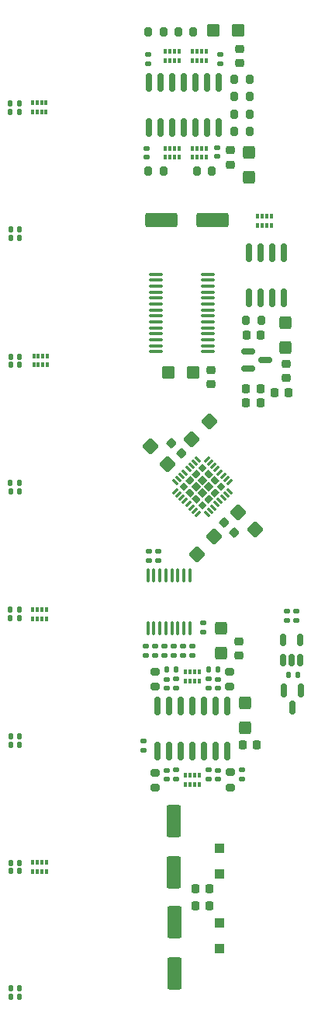
<source format=gbr>
%TF.GenerationSoftware,KiCad,Pcbnew,(6.0.11)*%
%TF.CreationDate,2023-02-21T23:01:44+01:00*%
%TF.ProjectId,eurorack-pmod-pcb,6575726f-7261-4636-9b2d-706d6f642d70,rev?*%
%TF.SameCoordinates,Original*%
%TF.FileFunction,Paste,Top*%
%TF.FilePolarity,Positive*%
%FSLAX46Y46*%
G04 Gerber Fmt 4.6, Leading zero omitted, Abs format (unit mm)*
G04 Created by KiCad (PCBNEW (6.0.11)) date 2023-02-21 23:01:44*
%MOMM*%
%LPD*%
G01*
G04 APERTURE LIST*
G04 Aperture macros list*
%AMRoundRect*
0 Rectangle with rounded corners*
0 $1 Rounding radius*
0 $2 $3 $4 $5 $6 $7 $8 $9 X,Y pos of 4 corners*
0 Add a 4 corners polygon primitive as box body*
4,1,4,$2,$3,$4,$5,$6,$7,$8,$9,$2,$3,0*
0 Add four circle primitives for the rounded corners*
1,1,$1+$1,$2,$3*
1,1,$1+$1,$4,$5*
1,1,$1+$1,$6,$7*
1,1,$1+$1,$8,$9*
0 Add four rect primitives between the rounded corners*
20,1,$1+$1,$2,$3,$4,$5,0*
20,1,$1+$1,$4,$5,$6,$7,0*
20,1,$1+$1,$6,$7,$8,$9,0*
20,1,$1+$1,$8,$9,$2,$3,0*%
%AMFreePoly0*
4,1,48,0.195015,0.341745,0.197191,0.342329,0.200525,0.340774,0.218480,0.337608,0.232451,0.325886,0.248979,0.318179,0.318179,0.248979,0.321152,0.244733,0.323103,0.243606,0.324361,0.240149,0.334819,0.225214,0.336409,0.207049,0.342646,0.189911,0.342646,-0.259112,0.340733,-0.269963,0.341377,-0.273618,0.339521,-0.276832,0.337608,-0.287682,0.323660,-0.304305,0.312807,-0.323103,
0.305724,-0.325681,0.300880,-0.331455,0.279505,-0.335224,0.259112,-0.342646,-0.259112,-0.342646,-0.269963,-0.340733,-0.273618,-0.341377,-0.276832,-0.339521,-0.287682,-0.337608,-0.304305,-0.323660,-0.323103,-0.312807,-0.325681,-0.305724,-0.331455,-0.300880,-0.335224,-0.279505,-0.342646,-0.259112,-0.342646,0.259112,-0.340733,0.269963,-0.341377,0.273618,-0.339521,0.276832,-0.337608,0.287682,
-0.323660,0.304305,-0.312807,0.323103,-0.305724,0.325681,-0.300880,0.331455,-0.279505,0.335224,-0.259112,0.342646,0.189911,0.342646,0.195015,0.341745,0.195015,0.341745,$1*%
%AMFreePoly1*
4,1,16,-0.208698,0.403113,0.269389,0.403113,0.321190,0.381657,0.342646,0.329856,0.342646,-0.329856,0.321190,-0.381657,0.269389,-0.403113,-0.208700,-0.403114,-0.260502,-0.381655,-0.321190,-0.320968,-0.342646,-0.269165,-0.342647,0.269167,-0.321190,0.320968,-0.260501,0.381657,-0.208700,0.403114,-0.208698,0.403113,-0.208698,0.403113,$1*%
%AMFreePoly2*
4,1,48,0.269963,0.340733,0.273618,0.341377,0.276832,0.339521,0.287682,0.337608,0.304305,0.323660,0.323103,0.312807,0.325681,0.305724,0.331455,0.300880,0.335224,0.279505,0.342646,0.259112,0.342646,-0.259112,0.340733,-0.269963,0.341377,-0.273618,0.339521,-0.276832,0.337608,-0.287682,0.323660,-0.304305,0.312807,-0.323103,0.305724,-0.325681,0.300880,-0.331455,0.279505,-0.335224,
0.259112,-0.342646,-0.189911,-0.342646,-0.195015,-0.341745,-0.197191,-0.342329,-0.200525,-0.340774,-0.218480,-0.337608,-0.232451,-0.325886,-0.248979,-0.318179,-0.318179,-0.248979,-0.321152,-0.244733,-0.323103,-0.243606,-0.324361,-0.240149,-0.334819,-0.225214,-0.336409,-0.207049,-0.342646,-0.189911,-0.342646,0.259112,-0.340733,0.269963,-0.341377,0.273618,-0.339521,0.276832,-0.337608,0.287682,
-0.323660,0.304305,-0.312807,0.323103,-0.305724,0.325681,-0.300880,0.331455,-0.279505,0.335224,-0.259112,0.342646,0.259112,0.342646,0.269963,0.340733,0.269963,0.340733,$1*%
%AMFreePoly3*
4,1,15,0.260501,0.381657,0.321190,0.320968,0.342646,0.269165,0.342647,-0.269167,0.321188,-0.320969,0.260501,-0.381657,0.208698,-0.403113,-0.269389,-0.403113,-0.321190,-0.381657,-0.342646,-0.329856,-0.342646,0.329856,-0.321190,0.381657,-0.269389,0.403113,0.208700,0.403114,0.260501,0.381657,0.260501,0.381657,$1*%
%AMFreePoly4*
4,1,48,0.269963,0.340733,0.273618,0.341377,0.276832,0.339521,0.287682,0.337608,0.304305,0.323660,0.323103,0.312807,0.325681,0.305724,0.331455,0.300880,0.335224,0.279505,0.342646,0.259112,0.342646,-0.259112,0.340733,-0.269963,0.341377,-0.273618,0.339521,-0.276832,0.337608,-0.287682,0.323660,-0.304305,0.312807,-0.323103,0.305724,-0.325681,0.300880,-0.331455,0.279505,-0.335224,
0.259112,-0.342646,-0.259112,-0.342646,-0.269963,-0.340733,-0.273618,-0.341377,-0.276832,-0.339521,-0.287682,-0.337608,-0.304305,-0.323660,-0.323103,-0.312807,-0.325681,-0.305724,-0.331455,-0.300880,-0.335224,-0.279505,-0.342646,-0.259112,-0.342646,0.189911,-0.341745,0.195015,-0.342329,0.197191,-0.340774,0.200525,-0.337608,0.218480,-0.325886,0.232451,-0.318179,0.248979,-0.248979,0.318179,
-0.244733,0.321152,-0.243606,0.323103,-0.240149,0.324361,-0.225214,0.334819,-0.207049,0.336409,-0.189911,0.342646,0.259112,0.342646,0.269963,0.340733,0.269963,0.340733,$1*%
%AMFreePoly5*
4,1,15,0.381657,0.321190,0.403113,0.269389,0.403114,-0.208700,0.381655,-0.260502,0.320968,-0.321190,0.269165,-0.342646,-0.269167,-0.342647,-0.320969,-0.321188,-0.381657,-0.260501,-0.403113,-0.208698,-0.403113,0.269389,-0.381657,0.321190,-0.329856,0.342646,0.329856,0.342646,0.381657,0.321190,0.381657,0.321190,$1*%
%AMFreePoly6*
4,1,48,0.269963,0.340733,0.273618,0.341377,0.276832,0.339521,0.287682,0.337608,0.304305,0.323660,0.323103,0.312807,0.325681,0.305724,0.331455,0.300880,0.335224,0.279505,0.342646,0.259112,0.342646,-0.189911,0.341745,-0.195015,0.342329,-0.197191,0.340774,-0.200525,0.337608,-0.218480,0.325886,-0.232451,0.318179,-0.248979,0.248979,-0.318179,0.244733,-0.321152,0.243606,-0.323103,
0.240149,-0.324361,0.225214,-0.334819,0.207049,-0.336409,0.189911,-0.342646,-0.259112,-0.342646,-0.269963,-0.340733,-0.273618,-0.341377,-0.276832,-0.339521,-0.287682,-0.337608,-0.304305,-0.323660,-0.323103,-0.312807,-0.325681,-0.305724,-0.331455,-0.300880,-0.335224,-0.279505,-0.342646,-0.259112,-0.342646,0.259112,-0.340733,0.269963,-0.341377,0.273618,-0.339521,0.276832,-0.337608,0.287682,
-0.323660,0.304305,-0.312807,0.323103,-0.305724,0.325681,-0.300880,0.331455,-0.279505,0.335224,-0.259112,0.342646,0.259112,0.342646,0.269963,0.340733,0.269963,0.340733,$1*%
%AMFreePoly7*
4,1,15,0.320968,0.321190,0.381657,0.260501,0.403113,0.208698,0.403113,-0.269389,0.381657,-0.321190,0.329856,-0.342646,-0.329856,-0.342646,-0.381657,-0.321190,-0.403113,-0.269389,-0.403114,0.208700,-0.381657,0.260501,-0.320968,0.321190,-0.269165,0.342646,0.269167,0.342647,0.320968,0.321190,0.320968,0.321190,$1*%
G04 Aperture macros list end*
%ADD10FreePoly0,135.000000*%
%ADD11FreePoly1,135.000000*%
%ADD12RoundRect,0.201557X0.285043X0.000000X0.000000X0.285043X-0.285043X0.000000X0.000000X-0.285043X0*%
%ADD13FreePoly2,135.000000*%
%ADD14FreePoly3,135.000000*%
%ADD15FreePoly4,135.000000*%
%ADD16FreePoly5,135.000000*%
%ADD17FreePoly6,135.000000*%
%ADD18FreePoly7,135.000000*%
%ADD19RoundRect,0.062500X0.282843X-0.194454X-0.194454X0.282843X-0.282843X0.194454X0.194454X-0.282843X0*%
%ADD20RoundRect,0.062500X0.282843X0.194454X0.194454X0.282843X-0.282843X-0.194454X-0.194454X-0.282843X0*%
%ADD21RoundRect,0.147500X0.147500X0.172500X-0.147500X0.172500X-0.147500X-0.172500X0.147500X-0.172500X0*%
%ADD22RoundRect,0.200000X-0.200000X-0.275000X0.200000X-0.275000X0.200000X0.275000X-0.200000X0.275000X0*%
%ADD23RoundRect,0.150000X-0.150000X0.825000X-0.150000X-0.825000X0.150000X-0.825000X0.150000X0.825000X0*%
%ADD24RoundRect,0.140000X0.170000X-0.140000X0.170000X0.140000X-0.170000X0.140000X-0.170000X-0.140000X0*%
%ADD25R,0.400000X0.500000*%
%ADD26R,0.300000X0.500000*%
%ADD27RoundRect,0.200000X0.275000X-0.200000X0.275000X0.200000X-0.275000X0.200000X-0.275000X-0.200000X0*%
%ADD28RoundRect,0.225000X0.335876X0.017678X0.017678X0.335876X-0.335876X-0.017678X-0.017678X-0.335876X0*%
%ADD29RoundRect,0.225000X0.250000X-0.225000X0.250000X0.225000X-0.250000X0.225000X-0.250000X-0.225000X0*%
%ADD30RoundRect,0.135000X-0.185000X0.135000X-0.185000X-0.135000X0.185000X-0.135000X0.185000X0.135000X0*%
%ADD31R,1.100000X1.100000*%
%ADD32RoundRect,0.135000X0.185000X-0.135000X0.185000X0.135000X-0.185000X0.135000X-0.185000X-0.135000X0*%
%ADD33RoundRect,0.225000X-0.225000X-0.250000X0.225000X-0.250000X0.225000X0.250000X-0.225000X0.250000X0*%
%ADD34RoundRect,0.250000X-0.017678X-0.618718X0.618718X0.017678X0.017678X0.618718X-0.618718X-0.017678X0*%
%ADD35RoundRect,0.135000X-0.135000X-0.185000X0.135000X-0.185000X0.135000X0.185000X-0.135000X0.185000X0*%
%ADD36RoundRect,0.140000X-0.170000X0.140000X-0.170000X-0.140000X0.170000X-0.140000X0.170000X0.140000X0*%
%ADD37RoundRect,0.200000X-0.275000X0.200000X-0.275000X-0.200000X0.275000X-0.200000X0.275000X0.200000X0*%
%ADD38RoundRect,0.218750X0.218750X0.256250X-0.218750X0.256250X-0.218750X-0.256250X0.218750X-0.256250X0*%
%ADD39RoundRect,0.218750X-0.256250X0.218750X-0.256250X-0.218750X0.256250X-0.218750X0.256250X0.218750X0*%
%ADD40RoundRect,0.250000X0.550000X-1.500000X0.550000X1.500000X-0.550000X1.500000X-0.550000X-1.500000X0*%
%ADD41RoundRect,0.150000X-0.587500X-0.150000X0.587500X-0.150000X0.587500X0.150000X-0.587500X0.150000X0*%
%ADD42RoundRect,0.200000X0.200000X0.275000X-0.200000X0.275000X-0.200000X-0.275000X0.200000X-0.275000X0*%
%ADD43RoundRect,0.250000X-0.425000X0.450000X-0.425000X-0.450000X0.425000X-0.450000X0.425000X0.450000X0*%
%ADD44RoundRect,0.100000X-0.100000X0.637500X-0.100000X-0.637500X0.100000X-0.637500X0.100000X0.637500X0*%
%ADD45RoundRect,0.250000X0.425000X-0.450000X0.425000X0.450000X-0.425000X0.450000X-0.425000X-0.450000X0*%
%ADD46RoundRect,0.250000X-0.450000X-0.425000X0.450000X-0.425000X0.450000X0.425000X-0.450000X0.425000X0*%
%ADD47RoundRect,0.250000X0.450000X0.425000X-0.450000X0.425000X-0.450000X-0.425000X0.450000X-0.425000X0*%
%ADD48RoundRect,0.250000X0.618718X-0.017678X-0.017678X0.618718X-0.618718X0.017678X0.017678X-0.618718X0*%
%ADD49RoundRect,0.225000X-0.335876X-0.017678X-0.017678X-0.335876X0.335876X0.017678X0.017678X0.335876X0*%
%ADD50RoundRect,0.250000X0.017678X0.618718X-0.618718X-0.017678X-0.017678X-0.618718X0.618718X0.017678X0*%
%ADD51RoundRect,0.218750X-0.218750X-0.256250X0.218750X-0.256250X0.218750X0.256250X-0.218750X0.256250X0*%
%ADD52RoundRect,0.225000X0.225000X0.250000X-0.225000X0.250000X-0.225000X-0.250000X0.225000X-0.250000X0*%
%ADD53RoundRect,0.225000X-0.250000X0.225000X-0.250000X-0.225000X0.250000X-0.225000X0.250000X0.225000X0*%
%ADD54RoundRect,0.150000X-0.150000X0.587500X-0.150000X-0.587500X0.150000X-0.587500X0.150000X0.587500X0*%
%ADD55RoundRect,0.135000X0.135000X0.185000X-0.135000X0.185000X-0.135000X-0.185000X0.135000X-0.185000X0*%
%ADD56RoundRect,0.150000X0.150000X-0.825000X0.150000X0.825000X-0.150000X0.825000X-0.150000X-0.825000X0*%
%ADD57RoundRect,0.100000X0.637500X0.100000X-0.637500X0.100000X-0.637500X-0.100000X0.637500X-0.100000X0*%
%ADD58RoundRect,0.250000X-1.500000X-0.550000X1.500000X-0.550000X1.500000X0.550000X-1.500000X0.550000X0*%
%ADD59RoundRect,0.150000X0.150000X-0.512500X0.150000X0.512500X-0.150000X0.512500X-0.150000X-0.512500X0*%
%ADD60RoundRect,0.250000X-0.618718X0.017678X0.017678X-0.618718X0.618718X-0.017678X-0.017678X0.618718X0*%
G04 APERTURE END LIST*
D10*
%TO.C,U1*%
X3465006Y-53987375D03*
D11*
X88571Y-53333301D03*
D12*
X1449752Y-53280268D03*
D13*
X-565502Y-53987375D03*
D14*
X2810933Y-54641449D03*
D15*
X1449752Y-51972121D03*
D11*
X795678Y-52626194D03*
D16*
X795678Y-55348556D03*
D14*
X2103826Y-55348556D03*
D16*
X88571Y-54641449D03*
D17*
X1449752Y-56002629D03*
D12*
X1449752Y-54694482D03*
D18*
X2810933Y-53333301D03*
D12*
X742645Y-53987375D03*
X2156859Y-53987375D03*
D18*
X2103826Y-52626194D03*
D19*
X1944727Y-56957223D03*
X2298280Y-56603670D03*
X2651834Y-56250117D03*
X3005387Y-55896563D03*
X3358940Y-55543010D03*
X3712494Y-55189457D03*
X4066047Y-54835903D03*
X4419600Y-54482350D03*
D20*
X4419600Y-53492400D03*
X4066047Y-53138847D03*
X3712494Y-52785293D03*
X3358940Y-52431740D03*
X3005387Y-52078187D03*
X2651834Y-51724633D03*
X2298280Y-51371080D03*
X1944727Y-51017527D03*
D19*
X954777Y-51017527D03*
X601224Y-51371080D03*
X247670Y-51724633D03*
X-105883Y-52078187D03*
X-459436Y-52431740D03*
X-812990Y-52785293D03*
X-1166543Y-53138847D03*
X-1520096Y-53492400D03*
D20*
X-1520096Y-54482350D03*
X-1166543Y-54835903D03*
X-812990Y-55189457D03*
X-459436Y-55543010D03*
X-105883Y-55896563D03*
X247670Y-56250117D03*
X601224Y-56603670D03*
X954777Y-56957223D03*
%TD*%
D21*
%TO.C,D7*%
X-18514200Y-39827200D03*
X-19484200Y-39827200D03*
%TD*%
D22*
%TO.C,R9*%
X851400Y-19608800D03*
X2501400Y-19608800D03*
%TD*%
D23*
%TO.C,U9*%
X10312400Y-28513000D03*
X9042400Y-28513000D03*
X7772400Y-28513000D03*
X6502400Y-28513000D03*
X6502400Y-33463000D03*
X7772400Y-33463000D03*
X9042400Y-33463000D03*
X10312400Y-33463000D03*
%TD*%
D24*
%TO.C,C18*%
X-4622800Y-18107600D03*
X-4622800Y-17147600D03*
%TD*%
D23*
%TO.C,U2*%
X4165600Y-77865200D03*
X2895600Y-77865200D03*
X1625600Y-77865200D03*
X355600Y-77865200D03*
X-914400Y-77865200D03*
X-2184400Y-77865200D03*
X-3454400Y-77865200D03*
X-3454400Y-82815200D03*
X-2184400Y-82815200D03*
X-914400Y-82815200D03*
X355600Y-82815200D03*
X1625600Y-82815200D03*
X2895600Y-82815200D03*
X4165600Y-82815200D03*
%TD*%
D21*
%TO.C,D18*%
X-18514200Y-109524800D03*
X-19484200Y-109524800D03*
%TD*%
D25*
%TO.C,RN11*%
X-17056800Y-95902400D03*
D26*
X-16556800Y-95902400D03*
X-16056800Y-95902400D03*
D25*
X-15556800Y-95902400D03*
X-15556800Y-94902400D03*
D26*
X-16056800Y-94902400D03*
X-16556800Y-94902400D03*
D25*
X-17056800Y-94902400D03*
%TD*%
D27*
%TO.C,R18*%
X4445000Y-75755000D03*
X4445000Y-74105000D03*
%TD*%
D22*
%TO.C,R13*%
X4966200Y-9626600D03*
X6616200Y-9626600D03*
%TD*%
D28*
%TO.C,C17*%
X-796145Y-50334055D03*
X-1892161Y-49238039D03*
%TD*%
D29*
%TO.C,C4*%
X5435600Y-72403000D03*
X5435600Y-70853000D03*
%TD*%
D21*
%TO.C,D11*%
X-18565000Y-67411600D03*
X-19535000Y-67411600D03*
%TD*%
%TO.C,D5*%
X-18514200Y-26009600D03*
X-19484200Y-26009600D03*
%TD*%
D30*
%TO.C,R2*%
X11734800Y-67562000D03*
X11734800Y-68582000D03*
%TD*%
D31*
%TO.C,D2*%
X3352800Y-104270000D03*
X3352800Y-101470000D03*
%TD*%
D32*
%TO.C,R8*%
X-4394200Y-62054200D03*
X-4394200Y-61034200D03*
%TD*%
D33*
%TO.C,C27*%
X6260800Y-37515800D03*
X7810800Y-37515800D03*
%TD*%
D22*
%TO.C,R10*%
X4966200Y-15341600D03*
X6616200Y-15341600D03*
%TD*%
D34*
%TO.C,C12*%
X292053Y-48810241D03*
X2201241Y-46901053D03*
%TD*%
D35*
%TO.C,R4*%
X10816400Y-74523600D03*
X11836400Y-74523600D03*
%TD*%
D36*
%TO.C,C25*%
X3175000Y-84864000D03*
X3175000Y-85824000D03*
%TD*%
D24*
%TO.C,C19*%
X3073400Y-18031400D03*
X3073400Y-17071400D03*
%TD*%
D25*
%TO.C,RN6*%
X-369000Y-86428200D03*
D26*
X131000Y-86428200D03*
X631000Y-86428200D03*
D25*
X1131000Y-86428200D03*
X1131000Y-85428200D03*
D26*
X631000Y-85428200D03*
X131000Y-85428200D03*
D25*
X-369000Y-85428200D03*
%TD*%
%TO.C,RN7*%
X7501000Y-25527000D03*
D26*
X8001000Y-25527000D03*
X8501000Y-25527000D03*
D25*
X9001000Y-25527000D03*
X9001000Y-24527000D03*
D26*
X8501000Y-24527000D03*
X8001000Y-24527000D03*
D25*
X7501000Y-24527000D03*
%TD*%
D37*
%TO.C,R26*%
X-3683000Y-85154000D03*
X-3683000Y-86804000D03*
%TD*%
D29*
%TO.C,C9*%
X5537200Y-7874600D03*
X5537200Y-6324600D03*
%TD*%
D38*
%TO.C,L5*%
X10896700Y-43738800D03*
X9321700Y-43738800D03*
%TD*%
D30*
%TO.C,R24*%
X-1397000Y-74928000D03*
X-1397000Y-75948000D03*
%TD*%
D21*
%TO.C,D15*%
X-18514200Y-94945200D03*
X-19484200Y-94945200D03*
%TD*%
D22*
%TO.C,R33*%
X6210800Y-35864800D03*
X7860800Y-35864800D03*
%TD*%
D25*
%TO.C,RN8*%
X-17107600Y-13200000D03*
D26*
X-16607600Y-13200000D03*
X-16107600Y-13200000D03*
D25*
X-15607600Y-13200000D03*
X-15607600Y-12200000D03*
D26*
X-16107600Y-12200000D03*
X-16607600Y-12200000D03*
D25*
X-17107600Y-12200000D03*
%TD*%
D21*
%TO.C,D9*%
X-18530100Y-53594000D03*
X-19500100Y-53594000D03*
%TD*%
D39*
%TO.C,L6*%
X10566400Y-40589100D03*
X10566400Y-42164100D03*
%TD*%
D40*
%TO.C,C5*%
X-1651000Y-96018000D03*
X-1651000Y-90418000D03*
%TD*%
D25*
%TO.C,RN10*%
X-17056800Y-68368800D03*
D26*
X-16556800Y-68368800D03*
X-16056800Y-68368800D03*
D25*
X-15556800Y-68368800D03*
X-15556800Y-67368800D03*
D26*
X-16056800Y-67368800D03*
X-16556800Y-67368800D03*
D25*
X-17056800Y-67368800D03*
%TD*%
D41*
%TO.C,U8*%
X6479300Y-39232800D03*
X6479300Y-41132800D03*
X8354300Y-40182800D03*
%TD*%
D25*
%TO.C,RN3*%
X342200Y-7586600D03*
D26*
X842200Y-7586600D03*
X1342200Y-7586600D03*
D25*
X1842200Y-7586600D03*
X1842200Y-6586600D03*
D26*
X1342200Y-6586600D03*
X842200Y-6586600D03*
D25*
X342200Y-6586600D03*
%TD*%
D42*
%TO.C,R15*%
X-2781800Y-4445000D03*
X-4431800Y-4445000D03*
%TD*%
D43*
%TO.C,C1*%
X6553200Y-17573000D03*
X6553200Y-20273000D03*
%TD*%
D42*
%TO.C,R6*%
X-2781800Y-19659600D03*
X-4431800Y-19659600D03*
%TD*%
D37*
%TO.C,R30*%
X4470400Y-85077800D03*
X4470400Y-86727800D03*
%TD*%
D35*
%TO.C,R23*%
X-2415000Y-73914000D03*
X-1395000Y-73914000D03*
%TD*%
D25*
%TO.C,RN1*%
X-2578800Y-18127600D03*
D26*
X-2078800Y-18127600D03*
X-1578800Y-18127600D03*
D25*
X-1078800Y-18127600D03*
X-1078800Y-17127600D03*
D26*
X-1578800Y-17127600D03*
X-2078800Y-17127600D03*
D25*
X-2578800Y-17127600D03*
%TD*%
D30*
%TO.C,R25*%
X-660400Y-71346600D03*
X-660400Y-72366600D03*
%TD*%
D43*
%TO.C,C26*%
X10515600Y-36165800D03*
X10515600Y-38865800D03*
%TD*%
D44*
%TO.C,U4*%
X65200Y-63660100D03*
X-584800Y-63660100D03*
X-1234800Y-63660100D03*
X-1884800Y-63660100D03*
X-2534800Y-63660100D03*
X-3184800Y-63660100D03*
X-3834800Y-63660100D03*
X-4484800Y-63660100D03*
X-4484800Y-69385100D03*
X-3834800Y-69385100D03*
X-3184800Y-69385100D03*
X-2534800Y-69385100D03*
X-1884800Y-69385100D03*
X-1234800Y-69385100D03*
X-584800Y-69385100D03*
X65200Y-69385100D03*
%TD*%
D45*
%TO.C,C3*%
X3454400Y-72114400D03*
X3454400Y-69414400D03*
%TD*%
D31*
%TO.C,D1*%
X3352800Y-96142000D03*
X3352800Y-93342000D03*
%TD*%
D21*
%TO.C,D6*%
X-18514200Y-26924000D03*
X-19484200Y-26924000D03*
%TD*%
D30*
%TO.C,R11*%
X-4724400Y-71346600D03*
X-4724400Y-72366600D03*
%TD*%
D46*
%TO.C,C8*%
X2663200Y-4292600D03*
X5363200Y-4292600D03*
%TD*%
D47*
%TO.C,C28*%
X410200Y-41579800D03*
X-2289800Y-41579800D03*
%TD*%
D48*
%TO.C,C16*%
X-2319959Y-51502641D03*
X-4229147Y-49593453D03*
%TD*%
D49*
%TO.C,C14*%
X3797439Y-57924839D03*
X4893455Y-59020855D03*
%TD*%
D43*
%TO.C,C10*%
X6146800Y-77542400D03*
X6146800Y-80242400D03*
%TD*%
D32*
%TO.C,R27*%
X-1397000Y-85854000D03*
X-1397000Y-84834000D03*
%TD*%
D24*
%TO.C,C23*%
X-2413000Y-75918000D03*
X-2413000Y-74958000D03*
%TD*%
D50*
%TO.C,C13*%
X2760041Y-59448653D03*
X850853Y-61357841D03*
%TD*%
D25*
%TO.C,RN2*%
X342200Y-18127600D03*
D26*
X842200Y-18127600D03*
X1342200Y-18127600D03*
D25*
X1842200Y-18127600D03*
X1842200Y-17127600D03*
D26*
X1342200Y-17127600D03*
X842200Y-17127600D03*
D25*
X342200Y-17127600D03*
%TD*%
D38*
%TO.C,L4*%
X7772500Y-44856400D03*
X6197500Y-44856400D03*
%TD*%
D51*
%TO.C,L2*%
X660300Y-99645452D03*
X2235300Y-99645452D03*
%TD*%
D24*
%TO.C,C22*%
X3175000Y-75918000D03*
X3175000Y-74958000D03*
%TD*%
D32*
%TO.C,R31*%
X2159000Y-85852000D03*
X2159000Y-84832000D03*
%TD*%
D21*
%TO.C,D12*%
X-18565000Y-68326000D03*
X-19535000Y-68326000D03*
%TD*%
D52*
%TO.C,C11*%
X7379000Y-82092800D03*
X5829000Y-82092800D03*
%TD*%
D30*
%TO.C,R20*%
X2159000Y-74928000D03*
X2159000Y-75948000D03*
%TD*%
D27*
%TO.C,R22*%
X-3683000Y-75755000D03*
X-3683000Y-74105000D03*
%TD*%
D21*
%TO.C,D4*%
X-18530100Y-13157200D03*
X-19500100Y-13157200D03*
%TD*%
D22*
%TO.C,R16*%
X4966200Y-11531600D03*
X6616200Y-11531600D03*
%TD*%
D30*
%TO.C,R29*%
X355600Y-71346600D03*
X355600Y-72366600D03*
%TD*%
D21*
%TO.C,D16*%
X-18514200Y-95859600D03*
X-19484200Y-95859600D03*
%TD*%
D53*
%TO.C,C29*%
X2413000Y-41262000D03*
X2413000Y-42812000D03*
%TD*%
D51*
%TO.C,L1*%
X660300Y-97795000D03*
X2235300Y-97795000D03*
%TD*%
D21*
%TO.C,D17*%
X-18514200Y-108610400D03*
X-19484200Y-108610400D03*
%TD*%
D38*
%TO.C,L3*%
X7772500Y-43357800D03*
X6197500Y-43357800D03*
%TD*%
D30*
%TO.C,R3*%
X1524000Y-68779200D03*
X1524000Y-69799200D03*
%TD*%
D54*
%TO.C,Q1*%
X12227600Y-76176900D03*
X10327600Y-76176900D03*
X11277600Y-78051900D03*
%TD*%
D22*
%TO.C,R12*%
X-1193800Y-4470400D03*
X456200Y-4470400D03*
%TD*%
D53*
%TO.C,C2*%
X4546600Y-17360600D03*
X4546600Y-18910600D03*
%TD*%
D22*
%TO.C,R7*%
X4966200Y-13436600D03*
X6616200Y-13436600D03*
%TD*%
D32*
%TO.C,R5*%
X-3378200Y-62054200D03*
X-3378200Y-61034200D03*
%TD*%
D25*
%TO.C,RN9*%
X-16955200Y-40733600D03*
D26*
X-16455200Y-40733600D03*
X-15955200Y-40733600D03*
D25*
X-15455200Y-40733600D03*
X-15455200Y-39733600D03*
D26*
X-15955200Y-39733600D03*
X-16455200Y-39733600D03*
D25*
X-16955200Y-39733600D03*
%TD*%
D55*
%TO.C,R19*%
X3177000Y-73914000D03*
X2157000Y-73914000D03*
%TD*%
D32*
%TO.C,R28*%
X-4953000Y-82679000D03*
X-4953000Y-81659000D03*
%TD*%
D21*
%TO.C,D14*%
X-18514200Y-82092800D03*
X-19484200Y-82092800D03*
%TD*%
%TO.C,D8*%
X-18514200Y-40741600D03*
X-19484200Y-40741600D03*
%TD*%
D25*
%TO.C,RN4*%
X-2578800Y-7586600D03*
D26*
X-2078800Y-7586600D03*
X-1578800Y-7586600D03*
D25*
X-1078800Y-7586600D03*
X-1078800Y-6586600D03*
D26*
X-1578800Y-6586600D03*
X-2078800Y-6586600D03*
D25*
X-2578800Y-6586600D03*
%TD*%
D36*
%TO.C,C20*%
X3378200Y-6959600D03*
X3378200Y-7919600D03*
%TD*%
%TO.C,C24*%
X-2413000Y-84864000D03*
X-2413000Y-85824000D03*
%TD*%
D30*
%TO.C,R1*%
X10718800Y-67562000D03*
X10718800Y-68582000D03*
%TD*%
%TO.C,R14*%
X-3708400Y-71346600D03*
X-3708400Y-72366600D03*
%TD*%
%TO.C,R17*%
X-2692400Y-71346600D03*
X-2692400Y-72366600D03*
%TD*%
D56*
%TO.C,U3*%
X-4368800Y-14895600D03*
X-3098800Y-14895600D03*
X-1828800Y-14895600D03*
X-558800Y-14895600D03*
X711200Y-14895600D03*
X1981200Y-14895600D03*
X3251200Y-14895600D03*
X3251200Y-9945600D03*
X1981200Y-9945600D03*
X711200Y-9945600D03*
X-558800Y-9945600D03*
X-1828800Y-9945600D03*
X-3098800Y-9945600D03*
X-4368800Y-9945600D03*
%TD*%
D25*
%TO.C,RN5*%
X1131000Y-74176000D03*
D26*
X631000Y-74176000D03*
X131000Y-74176000D03*
D25*
X-369000Y-74176000D03*
X-369000Y-75176000D03*
D26*
X131000Y-75176000D03*
X631000Y-75176000D03*
D25*
X1131000Y-75176000D03*
%TD*%
D30*
%TO.C,R21*%
X-1676400Y-71346600D03*
X-1676400Y-72366600D03*
%TD*%
D32*
%TO.C,R32*%
X5791200Y-85852000D03*
X5791200Y-84832000D03*
%TD*%
D57*
%TO.C,U10*%
X2075100Y-39302400D03*
X2075100Y-38652400D03*
X2075100Y-38002400D03*
X2075100Y-37352400D03*
X2075100Y-36702400D03*
X2075100Y-36052400D03*
X2075100Y-35402400D03*
X2075100Y-34752400D03*
X2075100Y-34102400D03*
X2075100Y-33452400D03*
X2075100Y-32802400D03*
X2075100Y-32152400D03*
X2075100Y-31502400D03*
X2075100Y-30852400D03*
X-3649900Y-30852400D03*
X-3649900Y-31502400D03*
X-3649900Y-32152400D03*
X-3649900Y-32802400D03*
X-3649900Y-33452400D03*
X-3649900Y-34102400D03*
X-3649900Y-34752400D03*
X-3649900Y-35402400D03*
X-3649900Y-36052400D03*
X-3649900Y-36702400D03*
X-3649900Y-37352400D03*
X-3649900Y-38002400D03*
X-3649900Y-38652400D03*
X-3649900Y-39302400D03*
%TD*%
D58*
%TO.C,C15*%
X-3003200Y-24968200D03*
X2596800Y-24968200D03*
%TD*%
D36*
%TO.C,C21*%
X-4495800Y-6959600D03*
X-4495800Y-7919600D03*
%TD*%
D21*
%TO.C,D3*%
X-18530100Y-12242800D03*
X-19500100Y-12242800D03*
%TD*%
%TO.C,D13*%
X-18514200Y-81178400D03*
X-19484200Y-81178400D03*
%TD*%
D59*
%TO.C,U5*%
X10226000Y-72917900D03*
X11176000Y-72917900D03*
X12126000Y-72917900D03*
X12126000Y-70642900D03*
X10226000Y-70642900D03*
%TD*%
D60*
%TO.C,C7*%
X5321253Y-56756253D03*
X7230441Y-58665441D03*
%TD*%
D21*
%TO.C,D10*%
X-18514200Y-54508400D03*
X-19484200Y-54508400D03*
%TD*%
D40*
%TO.C,C6*%
X-1600200Y-106990800D03*
X-1600200Y-101390800D03*
%TD*%
M02*

</source>
